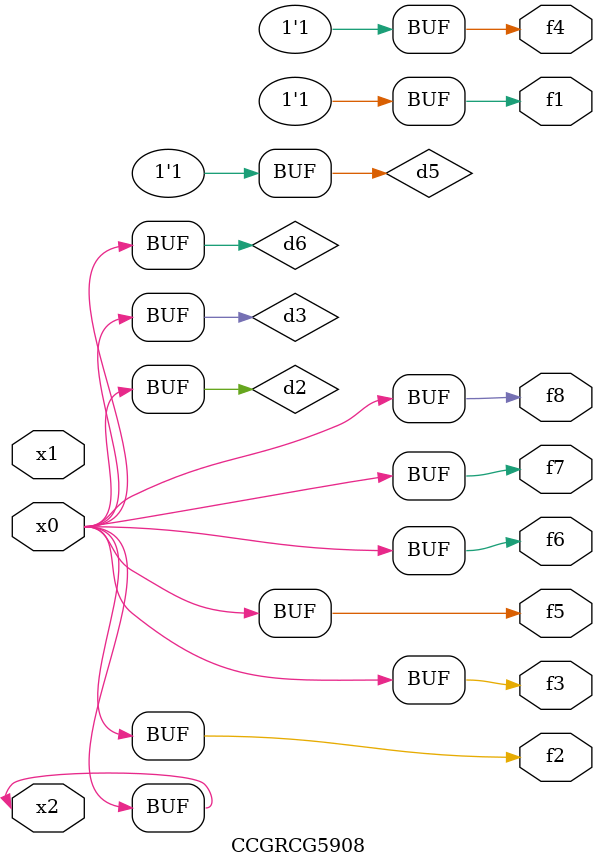
<source format=v>
module CCGRCG5908(
	input x0, x1, x2,
	output f1, f2, f3, f4, f5, f6, f7, f8
);

	wire d1, d2, d3, d4, d5, d6;

	xnor (d1, x2);
	buf (d2, x0, x2);
	and (d3, x0);
	xnor (d4, x1, x2);
	nand (d5, d1, d3);
	buf (d6, d2, d3);
	assign f1 = d5;
	assign f2 = d6;
	assign f3 = d6;
	assign f4 = d5;
	assign f5 = d6;
	assign f6 = d6;
	assign f7 = d6;
	assign f8 = d6;
endmodule

</source>
